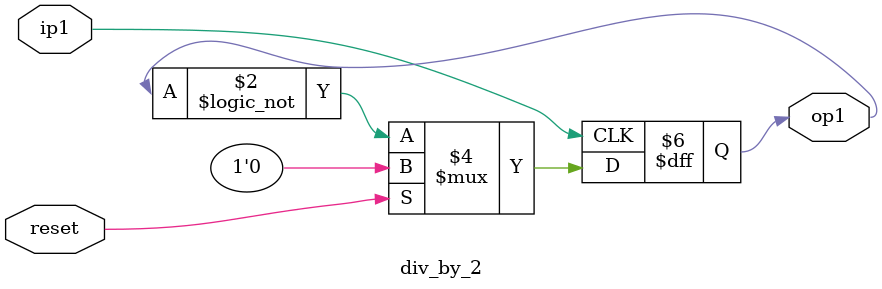
<source format=v>
module  div_by_2( reset, ip1, op1);
input ip1;
inout reset;
output op1;
reg op1;

always @(posedge ip1)
begin
	if(reset)
		begin
			op1<=1'b0;
		end
	else

		begin
			op1<= !op1;
		end

end
endmodule

</source>
